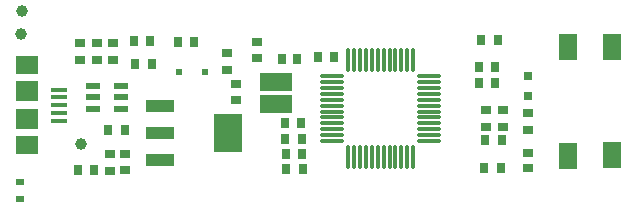
<source format=gtp>
%FSTAX23Y23*%
%MOIN*%
%SFA1B1*%

%IPPOS*%
%ADD14O,0.011800X0.082700*%
%ADD15O,0.082700X0.011800*%
%ADD16R,0.027600X0.035400*%
%ADD17R,0.033500X0.029500*%
%ADD18R,0.063000X0.085800*%
%ADD19R,0.063000X0.086600*%
%ADD20R,0.031500X0.023600*%
%ADD21R,0.035400X0.027600*%
%ADD22R,0.029500X0.033500*%
%ADD23R,0.031500X0.031500*%
%ADD24R,0.106300X0.059100*%
%ADD25R,0.019700X0.019700*%
%ADD26R,0.047200X0.023600*%
%ADD27R,0.094500X0.039400*%
%ADD28R,0.094500X0.129900*%
%ADD29R,0.074800X0.070900*%
%ADD30R,0.053100X0.015700*%
%ADD31C,0.039400*%
%ADD32R,0.074800X0.062000*%
%ADD33R,0.074800X0.062000*%
%LNpcb1-1*%
%LPD*%
G54D14*
X01226Y00566D03*
X01246D03*
X01265D03*
X01285D03*
X01305D03*
X01324D03*
X01344D03*
X01364D03*
X01383D03*
X01403D03*
X01423D03*
X01442D03*
Y00243D03*
X01423D03*
X01403D03*
X01383D03*
X01364D03*
X01344D03*
X01324D03*
X01305D03*
X01285D03*
X01265D03*
X01246D03*
X01226D03*
G54D15*
X01496Y00513D03*
Y00493D03*
Y00473D03*
Y00453D03*
Y00434D03*
Y00414D03*
Y00394D03*
Y00375D03*
Y00355D03*
Y00335D03*
Y00316D03*
Y00296D03*
X01173D03*
Y00316D03*
Y00335D03*
Y00355D03*
Y00375D03*
Y00394D03*
Y00414D03*
Y00434D03*
Y00453D03*
Y00473D03*
Y00493D03*
Y00513D03*
G54D16*
X00379Y002D03*
X00324D03*
X01738Y00298D03*
X01683D03*
X01679Y00206D03*
X01734D03*
X01715Y00541D03*
X0166D03*
X01724Y00633D03*
X01668D03*
X01014Y00357D03*
X01069D03*
X01016Y00302D03*
X01071D03*
X01072Y00254D03*
X01017D03*
X01018Y00203D03*
X01074D03*
X01715Y00488D03*
X0166D03*
X00657Y00627D03*
X00712D03*
X00511Y0063D03*
X00566D03*
X00426Y00331D03*
X00481D03*
X00515Y00553D03*
X0057D03*
G54D17*
X01825Y00205D03*
Y00256D03*
G54D18*
X02105Y0061D03*
X01957Y00608D03*
G54D19*
X02105Y00248D03*
X01957Y00246D03*
G54D20*
X00131Y00158D03*
Y00101D03*
G54D21*
X00822Y00589D03*
Y00534D03*
X01824Y00389D03*
Y00334D03*
X0174Y00398D03*
Y00343D03*
X01684Y00342D03*
Y00398D03*
X0092Y00626D03*
Y00571D03*
X00852Y00487D03*
Y00432D03*
X00332Y00621D03*
Y00566D03*
X00387Y00622D03*
Y00566D03*
X0044Y00622D03*
Y00567D03*
X00481Y00253D03*
Y00198D03*
X0043Y00252D03*
Y00197D03*
G54D22*
X01177Y00575D03*
X01126D03*
X01004Y00568D03*
X01055D03*
G54D23*
X01825Y00447D03*
Y00512D03*
G54D24*
X00984Y00493D03*
Y00418D03*
G54D25*
X0066Y00527D03*
X00747D03*
G54D26*
X00376Y00478D03*
Y00441D03*
Y00403D03*
X00467D03*
Y00441D03*
Y00478D03*
G54D27*
X00597Y00413D03*
Y00322D03*
Y00232D03*
G54D28*
X00826Y00322D03*
G54D29*
X00155Y0037D03*
Y00461D03*
G54D30*
X0026Y00466D03*
Y00441D03*
Y00364D03*
Y00415D03*
Y0039D03*
G54D31*
X00135Y00654D03*
X00139Y0073D03*
X00336Y00287D03*
G54D32*
X00155Y00549D03*
G54D33*
X00155Y00282D03*
M02*
</source>
